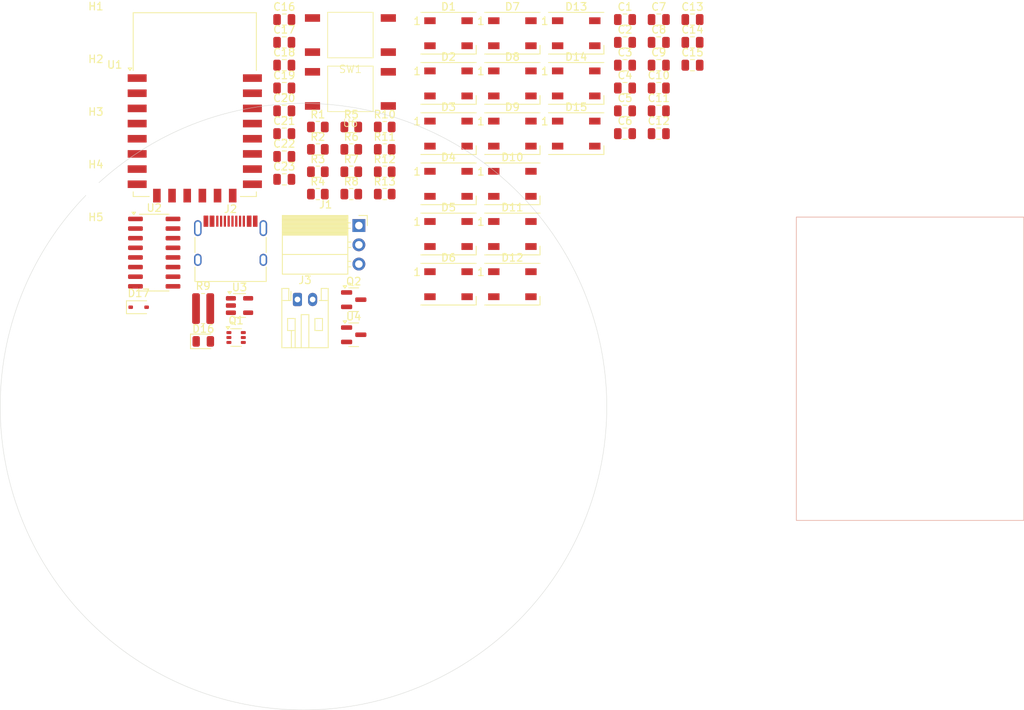
<source format=kicad_pcb>
(kicad_pcb (version 20240108) (generator "pcbnew") (generator_version "8.0")
  (layers (0 "F.Cu" signal) (31 "B.Cu" signal) (34 "B.Paste" user) (35 "F.Paste" user) (36 "B.SilkS" user "B.Silkscreen") (37 "F.SilkS" user "F.Silkscreen") (38 "B.Mask" user) (39 "F.Mask" user) (44 "Edge.Cuts" user))
  (net 0 "")
  (net 1 "VCC")
  (net 2 "GND")
  (net 3 "RST")
  (net 4 "+3V3")
  (net 5 "+5V")
  (net 6 "Net-(D1-DOUT)")
  (net 7 "/WS2812B/WS2812B")
  (net 8 "Net-(D13-DOUT)")
  (net 9 "Net-(D2-DOUT)")
  (net 10 "Net-(D14-DOUT)")
  (net 11 "Net-(D3-DOUT)")
  (net 12 "Net-(D4-DOUT)")
  (net 13 "Net-(D5-DOUT)")
  (net 14 "Net-(D6-DOUT)")
  (net 15 "Net-(D10-DIN)")
  (net 16 "Net-(D11-DIN)")
  (net 17 "Net-(D12-DIN)")
  (net 18 "Net-(D10-DOUT)")
  (net 19 "Net-(D11-DOUT)")
  (net 20 "Net-(D12-DOUT)")
  (net 22 "Net-(D16-K)")
  (net 23 "Net-(D16-A)")
  (net 24 "Sensor")
  (net 25 "/uC/D+")
  (net 26 "/uC/D-")
  (net 27 "Net-(J2-CC1)")
  (net 29 "Net-(J2-CC2)")
  (net 31 "+BATT")
  (net 32 "DTR")
  (net 33 "RTS")
  (net 34 "GPIO0")
  (net 35 "Net-(U1-EN)")
  (net 36 "Net-(U1-GPIO15)")
  (net 37 "Net-(U6-CSB)")
  (net 38 "/uC/RD-")
  (net 39 "/uC/RD+")
  (net 40 "Net-(U1-GPIO4)")
  (net 41 "Net-(U1-GPIO5)")
  (net 42 "Net-(U3-PROG)")
  (net 49 "Net-(U1-GPIO3{slash}RXD)")
  (net 54 "Net-(U1-GPIO1{slash}TXD)")
  (footprint "Capacitor_SMD:C_0805_2012Metric" (layer "F.Cu") (at 142.405 48.945)
    (property "Reference" "C1" (at 0 -1.68 0) (layer "F.SilkS"))
    (property "Value" "100nF")
    (pad "1" smd roundrect (at -0.95 0) (size 1 1.45) (layers "F.Cu" "F.Paste" "F.Mask") (net 1 "VCC"))
    (pad "2" smd roundrect (at 0.95 0) (size 1 1.45) (layers "F.Cu" "F.Paste" "F.Mask") (net 2 "GND"))
  )
  (footprint "Resistor_SMD:R_0805_2012Metric" (layer "F.Cu") (at 101.895 63.115)
    (property "Reference" "R1" (at 0 -1.65 0) (layer "F.SilkS"))
    (property "Value" "10k")
    (pad "1" smd roundrect (at -0.9125 0) (size 1.025 1.4) (layers "F.Cu" "F.Paste" "F.Mask") (roundrect_rratio 0.243902) (net 4 "+3V3"))
    (pad "2" smd roundrect (at 0.9125 0) (size 1.025 1.4) (layers "F.Cu" "F.Paste" "F.Mask") (roundrect_rratio 0.243902) (net 35 "Net-(U1-EN)"))
  )
  (footprint "Resistor_SMD:R_0805_2012Metric" (layer "F.Cu") (at 110.715 63.115)
    (property "Reference" "R10" (at 0 -1.65 0) (layer "F.SilkS"))
    (property "Value" "10k")
    (pad "1" smd roundrect (at -0.9125 0) (size 1.025 1.4) (layers "F.Cu" "F.Paste" "F.Mask") (roundrect_rratio 0.243902) (net 34 "GPIO0"))
    (pad "2" smd roundrect (at 0.9125 0) (size 1.025 1.4) (layers "F.Cu" "F.Paste" "F.Mask") (roundrect_rratio 0.243902) (net 4 "+3V3"))
  )
  (footprint "LED_SMD:LED_WS2812B_PLCC4_5.0x5.0mm_P3.2mm" (layer "F.Cu") (at 119.13 70.61)
    (property "Reference" "D4" (at 0 -3.5 0) (layer "F.SilkS"))
    (property "Value" "WS2812B")
    (fp_text user "1" (at -4.15 -1.6 0) (layer "F.SilkS"))
    (pad "1" smd rect (at -2.45 -1.65) (size 1.5 0.9) (layers "F.Cu" "F.Paste" "F.Mask") (net 1 "VCC"))
    (pad "2" smd rect (at -2.45 1.65) (size 1.5 0.9) (layers "F.Cu" "F.Paste" "F.Mask") (net 12 "Net-(D4-DOUT)"))
    (pad "3" smd rect (at 2.45 1.65) (size 1.5 0.9) (layers "F.Cu" "F.Paste" "F.Mask") (net 2 "GND"))
    (pad "4" smd rect (at 2.45 -1.65) (size 1.5 0.9) (layers "F.Cu" "F.Paste" "F.Mask") (net 6 "Net-(D1-DOUT)"))
  )
  (footprint "Package_TO_SOT_SMD:SOT-23" (layer "F.Cu") (at 106.625 85.89)
    (property "Reference" "Q2" (at 0 -2.4 0) (layer "F.SilkS"))
    (property "Value" "PMOS")
    (pad "1" smd roundrect (at -0.9375 -0.95) (size 1.475 0.6) (layers "F.Cu" "F.Paste" "F.Mask") (net 31 "+BATT"))
    (pad "2" smd roundrect (at -0.9375 0.95) (size 1.475 0.6) (layers "F.Cu" "F.Paste" "F.Mask") (net 5 "+5V"))
    (pad "3" smd roundrect (at 0.9375 0) (size 1.475 0.6) (layers "F.Cu" "F.Paste" "F.Mask") (net 1 "VCC"))
  )
  (footprint "Capacitor_SMD:C_0805_2012Metric" (layer "F.Cu") (at 97.465 67.005)
    (property "Reference" "C22" (at 0 -1.68 0) (layer "F.SilkS"))
    (property "Value" "100nF")
    (pad "1" smd roundrect (at -0.95 0) (size 1 1.45) (layers "F.Cu" "F.Paste" "F.Mask") (net 4 "+3V3"))
    (pad "2" smd roundrect (at 0.95 0) (size 1 1.45) (layers "F.Cu" "F.Paste" "F.Mask") (net 2 "GND"))
  )
  (footprint "Resistor_SMD:R_0805_2012Metric" (layer "F.Cu") (at 101.895 71.965)
    (property "Reference" "R4" (at 0 -1.65 0) (layer "F.SilkS"))
    (property "Value" "1k")
    (pad "1" smd roundrect (at -0.9125 0) (size 1.025 1.4) (layers "F.Cu" "F.Paste" "F.Mask") (roundrect_rratio 0.243902) (net 23 "Net-(D16-A)"))
    (pad "2" smd roundrect (at 0.9125 0) (size 1.025 1.4) (layers "F.Cu" "F.Paste" "F.Mask") (roundrect_rratio 0.243902) (net 5 "+5V"))
  )
  (footprint "Resistor_SMD:R_0805_2012Metric" (layer "F.Cu") (at 110.715 69.015)
    (property "Reference" "R12" (at 0 -1.65 0) (layer "F.SilkS"))
    (property "Value" "2k")
    (pad "1" smd roundrect (at -0.9125 0) (size 1.025 1.4) (layers "F.Cu" "F.Paste" "F.Mask") (roundrect_rratio 0.243902) (net 2 "GND"))
    (pad "2" smd roundrect (at 0.9125 0) (size 1.025 1.4) (layers "F.Cu" "F.Paste" "F.Mask") (roundrect_rratio 0.243902) (net 42 "Net-(U3-PROG)"))
  )
  (footprint "Capacitor_SMD:C_0805_2012Metric" (layer "F.Cu") (at 146.855 54.965)
    (property "Reference" "C9" (at 0 -1.68 0) (layer "F.SilkS"))
    (property "Value" "100nF")
    (pad "1" smd roundrect (at -0.95 0) (size 1 1.45) (layers "F.Cu" "F.Paste" "F.Mask") (net 1 "VCC"))
    (pad "2" smd roundrect (at 0.95 0) (size 1 1.45) (layers "F.Cu" "F.Paste" "F.Mask") (net 2 "GND"))
  )
  (footprint "Package_TO_SOT_SMD:SOT-23" (layer "F.Cu") (at 106.625 90.515)
    (property "Reference" "U4" (at 0 -2.4 0) (layer "F.SilkS"))
    (property "Value" "MCP1700x-330xxTT")
    (pad "1" smd roundrect (at -0.9375 -0.95) (size 1.475 0.6) (layers "F.Cu" "F.Paste" "F.Mask") (net 2 "GND"))
    (pad "2" smd roundrect (at -0.9375 0.95) (size 1.475 0.6) (layers "F.Cu" "F.Paste" "F.Mask") (net 4 "+3V3"))
    (pad "3" smd roundrect (at 0.9375 0) (size 1.475 0.6) (layers "F.Cu" "F.Paste" "F.Mask") (net 1 "VCC"))
  )
  (footprint "Capacitor_SMD:C_0805_2012Metric" (layer "F.Cu") (at 97.465 70.015)
    (property "Reference" "C23" (at 0 -1.68 0) (layer "F.SilkS"))
    (property "Value" "1uF")
    (pad "1" smd roundrect (at -0.95 0) (size 1 1.45) (layers "F.Cu" "F.Paste" "F.Mask") (net 4 "+3V3"))
    (pad "2" smd roundrect (at 0.95 0) (size 1 1.45) (layers "F.Cu" "F.Paste" "F.Mask") (net 2 "GND"))
  )
  (footprint "Capacitor_SMD:C_0805_2012Metric" (layer "F.Cu") (at 97.465 57.975)
    (property "Reference" "C19" (at 0 -1.68 0) (layer "F.SilkS"))
    (property "Value" "1uF")
    (pad "1" smd roundrect (at -0.95 0) (size 1 1.45) (layers "F.Cu" "F.Paste" "F.Mask") (net 4 "+3V3"))
    (pad "2" smd roundrect (at 0.95 0) (size 1 1.45) (layers "F.Cu" "F.Paste" "F.Mask") (net 2 "GND"))
  )
  (footprint "MountingHole:MountingHole_2.7mm_M2.5" (layer "F.Cu") (at 72.615 64.815)
    (property "Reference" "H3" (at 0 -3.7 0) (layer "F.SilkS"))
    (property "Value" "MountingHole")
    (pad "" np_thru_hole circle (at 0 0) (size 2.7 2.7) (drill 2.7) (layers "*.Cu" "*.Mask"))
  )
  (footprint "Resistor_SMD:R_0805_2012Metric" (layer "F.Cu") (at 106.305 69.015)
    (property "Reference" "R7" (at 0 -1.65 0) (layer "F.SilkS"))
    (property "Value" "22")
    (pad "1" smd roundrect (at -0.9125 0) (size 1.025 1.4) (layers "F.Cu" "F.Paste" "F.Mask") (roundrect_rratio 0.243902) (net 26 "/uC/D-"))
    (pad "2" smd roundrect (at 0.9125 0) (size 1.025 1.4) (layers "F.Cu" "F.Paste" "F.Mask") (roundrect_rratio 0.243902) (net 38 "/uC/RD-"))
  )
  (footprint "MountingHole:MountingHole_2.7mm_M2.5" (layer "F.Cu") (at 72.615 57.865)
    (property "Reference" "H2" (at 0 -3.7 0) (layer "F.SilkS"))
    (property "Value" "MountingHole")
    (pad "" np_thru_hole circle (at 0 0) (size 2.7 2.7) (drill 2.7) (layers "*.Cu" "*.Mask"))
  )
  (footprint "LED_SMD:LED_WS2812B_PLCC4_5.0x5.0mm_P3.2mm" (layer "F.Cu") (at 135.97 50.75)
    (property "Reference" "D13" (at 0 -3.5 0) (layer "F.SilkS"))
    (property "Value" "WS2812B")
    (fp_text user "1" (at -4.15 -1.6 0) (layer "F.SilkS"))
    (pad "1" smd rect (at -2.45 -1.65) (size 1.5 0.9) (layers "F.Cu" "F.Paste" "F.Mask") (net 1 "VCC"))
    (pad "2" smd rect (at -2.45 1.65) (size 1.5 0.9) (layers "F.Cu" "F.Paste" "F.Mask") (net 8 "Net-(D13-DOUT)"))
    (pad "3" smd rect (at 2.45 1.65) (size 1.5 0.9) (layers "F.Cu" "F.Paste" "F.Mask") (net 2 "GND"))
    (pad "4" smd rect (at 2.45 -1.65) (size 1.5 0.9) (layers "F.Cu" "F.Paste" "F.Mask") (net 18 "Net-(D10-DOUT)"))
  )
  (footprint "KH-6X6X6H-STM:KH-6X6X6H-STM" (layer "F.Cu") (at 106.19 50.99)
    (property "Reference" "SW1" (at 0 4.5 0) (layer "F.SilkS") (effects (font (thickness 0.1))))
    (property "Value" "SW_Push_Dual")
    (pad "1" smd rect (at -5 -2.25) (size 2 1) (layers "F.Cu" "F.Paste" "F.Mask") (net 2 "GND"))
    (pad "2" smd rect (at 5 -2.25) (size 2 1) (layers "F.Cu" "F.Paste" "F.Mask") (net 3 "RST"))
    (pad "3" smd rect (at -5 2.25) (size 2 1) (layers "F.Cu" "F.Paste" "F.Mask") (net 2 "GND"))
    (pad "4" smd rect (at 5 2.25) (size 2 1) (layers "F.Cu" "F.Paste" "F.Mask") (net 3 "RST"))
  )
  (footprint "MountingHole:MountingHole_2.7mm_M2.5" (layer "F.Cu") (at 72.615 50.915)
    (property "Reference" "H1" (at 0 -3.7 0) (layer "F.SilkS"))
    (property "Value" "MountingHole")
    (pad "" np_thru_hole circle (at 0 0) (size 2.7 2.7) (drill 2.7) (layers "*.Cu" "*.Mask"))
  )
  (footprint "LED_SMD:LED_WS2812B_PLCC4_5.0x5.0mm_P3.2mm" (layer "F.Cu") (at 127.55 57.37)
    (property "Reference" "D8" (at 0 -3.5 0) (layer "F.SilkS"))
    (property "Value" "WS2812B")
    (fp_text user "1" (at -4.15 -1.6 0) (layer "F.SilkS"))
    (pad "1" smd rect (at -2.45 -1.65) (size 1.5 0.9) (layers "F.Cu" "F.Paste" "F.Mask") (net 1 "VCC"))
    (pad "2" smd rect (at -2.45 1.65) (size 1.5 0.9) (layers "F.Cu" "F.Paste" "F.Mask") (net 16 "Net-(D11-DIN)"))
    (pad "3" smd rect (at 2.45 1.65) (size 1.5 0.9) (layers "F.Cu" "F.Paste" "F.Mask") (net 2 "GND"))
    (pad "4" smd rect (at 2.45 -1.65) (size 1.5 0.9) (layers "F.Cu" "F.Paste" "F.Mask") (net 13 "Net-(D5-DOUT)"))
  )
  (footprint "Capacitor_SMD:C_0805_2012Metric" (layer "F.Cu") (at 142.405 51.955)
    (property "Reference" "C2" (at 0 -1.68 0) (layer "F.SilkS"))
    (property "Value" "100nF")
    (pad "1" smd roundrect (at -0.95 0) (size 1 1.45) (layers "F.Cu" "F.Paste" "F.Mask") (net 1 "VCC"))
    (pad "2" smd roundrect (at 0.95 0) (size 1 1.45) (layers "F.Cu" "F.Paste" "F.Mask") (net 2 "GND"))
  )
  (footprint "LED_SMD:LED_WS2812B_PLCC4_5.0x5.0mm_P3.2mm" (layer "F.Cu") (at 119.13 57.37)
    (property "Reference" "D2" (at 0 -3.5 0) (layer "F.SilkS"))
    (property "Value" "WS2812B")
    (fp_text user "1" (at -4.15 -1.6 0) (layer "F.SilkS"))
    (pad "1" smd rect (at -2.45 -1.65) (size 1.5 0.9) (layers "F.Cu" "F.Paste" "F.Mask") (net 1 "VCC"))
    (pad "2" smd rect (at -2.45 1.65) (size 1.5 0.9) (layers "F.Cu" "F.Paste" "F.Mask") (net 9 "Net-(D2-DOUT)"))
    (pad "3" smd rect (at 2.45 1.65) (size 1.5 0.9) (layers "F.Cu" "F.Paste" "F.Mask") (net 2 "GND"))
    (pad "4" smd rect (at 2.45 -1.65) (size 1.5 0.9) (layers "F.Cu" "F.Paste" "F.Mask") (net 8 "Net-(D13-DOUT)"))
  )
  (footprint "LED_SMD:LED_WS2812B_PLCC4_5.0x5.0mm_P3.2mm" (layer "F.Cu") (at 127.55 77.23)
    (property "Reference" "D11" (at 0 -3.5 0) (layer "F.SilkS"))
    (property "Value" "WS2812B")
    (fp_text user "1" (at -4.15 -1.6 0) (layer "F.SilkS"))
    (pad "1" smd rect (at -2.45 -1.65) (size 1.5 0.9) (layers "F.Cu" "F.Paste" "F.Mask") (net 1 "VCC"))
    (pad "2" smd rect (at -2.45 1.65) (size 1.5 0.9) (layers "F.Cu" "F.Paste" "F.Mask") (net 19 "Net-(D11-DOUT)"))
    (pad "3" smd rect (at 2.45 1.65) (size 1.5 0.9) (layers "F.Cu" "F.Paste" "F.Mask") (net 2 "GND"))
    (pad "4" smd rect (at 2.45 -1.65) (size 1.5 0.9) (layers "F.Cu" "F.Paste" "F.Mask") (net 16 "Net-(D11-DIN)"))
  )
  (footprint "LED_SMD:LED_WS2812B_PLCC4_5.0x5.0mm_P3.2mm" (layer "F.Cu") (at 127.55 83.85)
    (property "Reference" "D12" (at 0 -3.5 0) (layer "F.SilkS"))
    (property "Value" "WS2812B")
    (fp_text user "1" (at -4.15 -1.6 0) (layer "F.SilkS"))
    (pad "1" smd rect (at -2.45 -1.65) (size 1.5 0.9) (layers "F.Cu" "F.Paste" "F.Mask") (net 1 "VCC"))
    (pad "2" smd rect (at -2.45 1.65) (size 1.5 0.9) (layers "F.Cu" "F.Paste" "F.Mask") (net 20 "Net-(D12-DOUT)"))
    (pad "3" smd rect (at 2.45 1.65) (size 1.5 0.9) (layers "F.Cu" "F.Paste" "F.Mask") (net 2 "GND"))
    (pad "4" smd rect (at 2.45 -1.65) (size 1.5 0.9) (layers "F.Cu" "F.Paste" "F.Mask") (net 17 "Net-(D12-DIN)"))
  )
  (footprint "Capacitor_SMD:C_0805_2012Metric" (layer "F.Cu") (at 97.465 48.945)
    (property "Reference" "C16" (at 0 -1.68 0) (layer "F.SilkS"))
    (property "Value" "100nF")
    (pad "1" smd roundrect (at -0.95 0) (size 1 1.45) (layers "F.Cu" "F.Paste" "F.Mask") (net 3 "RST"))
    (pad "2" smd roundrect (at 0.95 0) (size 1 1.45) (layers "F.Cu" "F.Paste" "F.Mask") (net 2 "GND"))
  )
  (footprint "Package_TO_SOT_SMD:SOT-363_SC-70-6" (layer "F.Cu") (at 91.115 90.88)
    (property "Reference" "Q1" (at 0 -2.25 0) (layer "F.SilkS"))
    (property "Value" "UMH3N")
    (pad "1" smd roundrect (at -0.95 -0.65) (size 0.65 0.4) (layers "F.Cu" "F.Paste" "F.Mask") (net 33 "RTS"))
    (pad "2" smd roundrect (at -0.95 0) (size 0.65 0.4) (layers "F.Cu" "F.Paste" "F.Mask") (net 32 "DTR"))
    (pad "3" smd roundrect (at -0.95 0.65) (size 0.65 0.4) (layers "F.Cu" "F.Paste" "F.Mask") (net 34 "GPIO0"))
    (pad "4" smd roundrect (at 0.95 0.65) (size 0.65 0.4) (layers "F.Cu" "F.Paste" "F.Mask") (net 32 "DTR"))
    (pad "5" smd roundrect (at 0.95 0) (size 0.65 0.4) (layers "F.Cu" "F.Paste" "F.Mask") (net 33 "RTS"))
    (pad "6" smd roundrect (at 0.95 -0.65) (size 0.65 0.4) (layers "F.Cu" "F.Paste" "F.Mask") (net 3 "RST"))
  )
  (footprint "LED_SMD:LED_WS2812B_PLCC4_5.0x5.0mm_P3.2mm" (layer "F.Cu") (at 135.97 63.99)
    (property "Reference" "D15" (at 0 -3.5 0) (layer "F.SilkS"))
    (property "Value" "WS2812B")
    (fp_text user "1" (at -4.15 -1.6 0) (layer "F.SilkS"))
    (pad "1" smd rect (at -2.45 -1.65) (size 1.5 0.9) (layers "F.Cu" "F.Paste" "F.Mask") (net 1 "VCC"))
    (pad "2" smd rect (at -2.45 1.65) (size 1.5 0.9) (layers "F.Cu" "F.Paste" "F.Mask"))
    (pad "3" smd rect (at 2.45 1.65) (size 1.5 0.9) (layers "F.Cu" "F.Paste" "F.Mask") (net 2 "GND"))
    (pad "4" smd rect (at 2.45 -1.65) (size 1.5 0.9) (layers "F.Cu" "F.Paste" "F.Mask") (net 20 "Net-(D12-DOUT)"))
  )
  (footprint "Capacitor_SMD:C_0805_2012Metric" (layer "F.Cu") (at 146.855 48.945)
    (property "Reference" "C7" (at 0 -1.68 0) (layer "F.SilkS"))
    (property "Value" "100nF")
    (pad "1" smd roundrect (at -0.95 0) (size 1 1.45) (layers "F.Cu" "F.Paste" "F.Mask") (net 1 "VCC"))
    (pad "2" smd roundrect (at 0.95 0) (size 1 1.45) (layers "F.Cu" "F.Paste" "F.Mask") (net 2 "GND"))
  )
  (footprint "Package_SO:SOIC-16_3.9x9.9mm_P1.27mm" (layer "F.Cu") (at 80.315 79.685)
    (property "Reference" "U2" (at 0 -5.9 0) (layer "F.SilkS"))
    (property "Value" "CH340C")
    (pad "1" smd roundrect (at -2.475 -4.445) (size 1.95 0.6) (layers "F.Cu" "F.Paste" "F.Mask") (net 2 "GND"))
    (pad "2" smd roundrect (at -2.475 -3.175) (size 1.95 0.6) (layers "F.Cu" "F.Paste" "F.Mask") (net 54 "Net-(U1-GPIO1{slash}TXD)"))
    (pad "3" smd roundrect (at -2.475 -1.905) (size 1.95 0.6) (layers "F.Cu" "F.Paste" "F.Mask") (net 49 "Net-(U1-GPIO3{slash}RXD)"))
    (pad "4" smd roundrect (at -2.475 -0.635) (size 1.95 0.6) (layers "F.Cu" "F.Paste" "F.Mask") (net 4 "+3V3"))
    (pad "5" smd roundrect (at -2.475 0.635) (size 1.95 0.6) (layers "F.Cu" "F.Paste" "F.Mask") (net 38 "/uC/RD-"))
    (pad "6" smd roundrect (at -2.475 1.905) (size 1.95 0.6) (layers "F.Cu" "F.Paste" "F.Mask") (net 39 "/uC/RD+"))
    (pad "7" smd roundrect (at -2.475 3.175) (size 1.95 0.6) (layers "F.Cu" "F.Paste" "F.Mask"))
    (pad "8" smd roundrect (at -2.475 4.445) (size 1.95 0.6) (layers "F.Cu" "F.Paste" "F.Mask"))
    (pad "9" smd roundrect (at 2.475 4.445) (size 1.95 0.6) (layers "F.Cu" "F.Paste" "F.Mask"))
    (pad "10" smd roundrect (at 2.475 3.175) (size 1.95 0.6) (layers "F.Cu" "F.Paste" "F.Mask"))
    (pad "11" smd roundrect (at 2.475 1.905) (size 1.95 0.6) (layers "F.Cu" "F.Paste" "F.Mask"))
    (pad "12" smd roundrect (at 2.475 0.635) (size 1.95 0.6) (layers "F.Cu" "F.Paste" "F.Mask"))
    (pad "13" smd roundrect (at 2.475 -0.635) (size 1.95 0.6) (layers "F.Cu" "F.Paste" "F.Mask") (net 32 "DTR"))
    (pad "14" smd roundrect (at 2.475 -1.905) (size 1.95 0.6) (layers "F.Cu" "F.Paste" "F.Mask") (net 33 "RTS"))
    (pad "15" smd roundrect (at 2.475 -3.175) (size 1.95 0.6) (layers "F.Cu" "F.Paste" "F.Mask"))
    (pad "16" smd roundrect (at 2.475 -4.445) (size 1.95 0.6) (layers "F.Cu" "F.Paste" "F.Mask") (net 4 "+3V3"))
  )
  (footprint "Capacitor_SMD:C_0805_2012Metric" (layer "F.Cu") (at 146.855 57.975)
    (property "Reference" "C10" (at 0 -1.68 0) (layer "F.SilkS"))
    (property "Value" "100nF")
    (pad "1" smd roundrect (at -0.95 0) (size 1 1.45) (layers "F.Cu" "F.Paste" "F.Mask") (net 1 "VCC"))
    (pad "2" smd roundrect (at 0.95 0) (size 1 1.45) (layers "F.Cu" "F.Paste" "F.Mask") (net 2 "GND"))
  )
  (footprint "Capacitor_SMD:C_0805_2012Metric" (layer "F.Cu") (at 146.855 60.985)
    (property "Reference" "C11" (at 0 -1.68 0) (layer "F.SilkS"))
    (property "Value" "100nF")
    (pad "1" smd roundrect (at -0.95 0) (size 1 1.45) (layers "F.Cu" "F.Paste" "F.Mask") (net 1 "VCC"))
    (pad "2" smd roundrect (at 0.95 0) (size 1 1.45) (layers "F.Cu" "F.Paste" "F.Mask") (net 2 "GND"))
  )
  (footprint "Package_TO_SOT_SMD:SOT-23-5" (layer "F.Cu") (at 91.565 86.66)
    (property "Reference" "U3" (at 0 -2.4 0) (layer "F.SilkS"))
    (property "Value" "MCP73831-2-OT")
    (pad "1" smd roundrect (at -1.1375 -0.95) (size 1.325 0.6) (layers "F.Cu" "F.Paste" "F.Mask") (net 22 "Net-(D16-K)"))
    (pad "2" smd roundrect (at -1.1375 0) (size 1.325 0.6) (layers "F.Cu" "F.Paste" "F.Mask") (net 2 "GND"))
    (pad "3" smd roundrect (at -1.1375 0.95) (size 1.325 0.6) (layers "F.Cu" "F.Paste" "F.Mask") (net 31 "+BATT"))
    (pad "4" smd roundrect (at 1.1375 0.95) (size 1.325 0.6) (layers "F.Cu" "F.Paste" "F.Mask") (net 5 "+5V"))
    (pad "5" smd roundrect (at 1.1375 -0.95) (size 1.325 0.6) (layers "F.Cu" "F.Paste" "F.Mask") (net 42 "Net-(U3-PROG)"))
  )
  (footprint "Resistor_SMD:R_0805_2012Metric" (layer "F.Cu") (at 106.305 66.065)
    (property "Reference" "R6" (at 0 -1.65 0) (layer "F.SilkS"))
    (property "Value" "5k1")
    (pad "1" smd roundrect (at -0.9125 0) (size 1.025 1.4) (layers "F.Cu" "F.Paste" "F.Mask") (roundrect_rratio 0.243902) (net 2 "GND"))
    (pad "2" smd roundrect (at 0.9125 0) (size 1.025 1.4) (layers "F.Cu" "F.Paste" "F.Mask") (roundrect_rratio 0.243902) (net 29 "Net-(J2-CC2)"))
  )
  (footprint "Capacitor_SMD:C_0805_2012Metric" (layer "F.Cu") (at 97.465 63.995)
    (property "Reference" "C21" (at 0 -1.68 0) (layer "F.SilkS"))
    (property "Value" "4.7uF")
    (pad "1" smd roundrect (at -0.95 0) (size 1 1.45) (layers "F.Cu" "F.Paste" "F.Mask") (net 5 "+5V"))
    (pad "2" smd roundrect (at 0.95 0) (size 1 1.45) (layers "F.Cu" "F.Paste" "F.Mask") (net 2 "GND"))
  )
  (footprint "Connector_JST:JST_PH_S2B-PH-K_1x02_P2.00mm_Horizontal" (layer "F.Cu") (at 99.205 85.865)
    (property "Reference" "J3" (at 1 -2.55 0) (layer "F.SilkS"))
    (property "Value" "Lipo connector")
    (pad "1" thru_hole roundrect (at 0 0) (size 1.2 1.75) (drill 0.75) (layers "*.Cu" "*.Mask") (roundrect_rratio 0.208333) (net 31 "+BATT"))
    (pad "2" thru_hole oval (at 2 0) (size 1.2 1.75) (drill 0.75) (layers "*.Cu" "*.Mask") (net 2 "GND"))
  )
  (footprint "Resistor_SMD:R_0815_2038Metric" (layer "F.Cu") (at 86.765 87.065)
    (property "Reference" "R9" (at 0 -2.98 0) (layer "F.SilkS"))
    (property "Value" "10k")
    (pad "1" smd roundrect (at -0.9375 0) (size 1.025 4.05) (layers "F.Cu" "F.Paste" "F.Mask") (roundrect_rratio 0.243902) (net 40 "Net-(U1-GPIO4)"))
    (pad "2" smd roundrect (at 0.9375 0) (size 1.025 4.05) (layers "F.Cu" "F.Paste" "F.Mask") (roundrect_rratio 0.243902) (net 4 "+3V3"))
  )
  (footprint "Capacitor_SMD:C_0805_2012Metric" (layer "F.Cu") (at 97.465 60.985)
    (property "Reference" "C20" (at 0 -1.68 0) (layer "F.SilkS"))
    (property "Value" "1uF")
    (pad "1" smd roundrect (at -0.95 0) (size 1 1.45) (layers "F.Cu" "F.Paste" "F.Mask") (net 1 "VCC"))
    (pad "2" smd roundrect (at 0.95 0) (size 1 1.45) (layers "F.Cu" "F.Paste" "F.Mask") (net 2 "GND"))
  )
  (footprint "LED_SMD:LED_WS2812B_PLCC4_5.0x5.0mm_P3.2mm" (layer "F.Cu") (at 119.13 83.85)
    (property "Reference" "D6" (at 0 -3.5 0) (layer "F.SilkS"))
    (property "Value" "WS2812B")
    (fp_text user "1" (at -4.15 -1.6 0) (layer "F.SilkS"))
    (pad "1" smd rect (at -2.45 -1.65) (size 1.5 0.9) (layers "F.Cu" "F.Paste" "F.Mask") (net 1 "VCC"))
    (pad "2" smd rect (at -2.45 1.65) (size 1.5 0.9) (layers "F.Cu" "F.Paste" "F.Mask") (net 14 "Net-(D6-DOUT)"))
    (pad "3" smd rect (at 2.45 1.65) (size 1.5 0.9) (layers "F.Cu" "F.Paste" "F.Mask") (net 2 "GND"))
    (pad "4" smd rect (at 2.45 -1.65) (size 1.5 0.9) (layers "F.Cu" "F.Paste" "F.Mask") (net 11 "Net-(D3-DOUT)"))
  )
  (footprint "Capacitor_SMD:C_0805_2012Metric" (layer "F.Cu") (at 151.305 48.945)
    (property "Reference" "C13" (at 0 -1.68 0) (layer "F.SilkS"))
    (property "Value" "100nF")
    (pad "1" smd roundrect (at -0.95 0) (size 1 1.45) (layers "F.Cu" "F.Paste" "F.Mask") (net 1 "VCC"))
    (pad "2" smd roundrect (at 0.95 0) (size 1 1.45) (layers "F.Cu" "F.Paste" "F.Mask") (net 2 "GND"))
  )
  (footprint "Capacitor_SMD:C_0805_2012Metric" (layer "F.Cu") (at 97.465 51.955)
    (property "Reference" "C17" (at 0 -1.68 0) (layer "F.SilkS"))
    (property "Value" "100nF")
    (pad "1" smd roundrect (at -0.95 0) (size 1 1.45) (layers "F.Cu" "F.Paste" "F.Mask") (net 4 "+3V3"))
    (pad "2" smd roundrect (at 0.95 0) (size 1 1.45) (layers "F.Cu" "F.Paste" "F.Mask") (net 2 "GND"))
  )
  (footprint "Resistor_SMD:R_0805_2012Metric" (layer "F.Cu") (at 101.895 69.015)
    (property "Reference" "R3" (at 0 -1.65 0) (layer "F.SilkS"))
    (property "Value" "10k")
    (pad "1" smd roundrect (at -0.9125 0) (size 1.025 1.4) (layers "F.Cu" "F.Paste" "F.Mask") (roundrect_rratio 0.243902) (net 37 "Net-(U6-CSB)"))
    (pad "2" smd roundrect (at 0.9125 0) (size 1.025 1.4) (layers "F.Cu" "F.Paste" "F.Mask") (roundrect_rratio 0.243902) (net 4 "+3V3"))
  )
  (footprint "Capacitor_SMD:C_0805_2012Metric" (layer "F.Cu") (at 151.305 54.965)
    (property "Reference" "C15" (at 0 -1.68 0) (layer "F.SilkS"))
    (property "Value" "100nF")
    (pad "1" smd roundrect (at -0.95 0) (size 1 1.45) (layers "F.Cu" "F.Paste" "F.Mask") (net 1 "VCC"))
    (pad "2" smd roundrect (at 0.95 0) (size 1 1.45) (layers "F.Cu" "F.Paste" "F.Mask") (net 2 "GND"))
  )
  (footprint "LED_SMD:LED_0805_2012Metric" (layer "F.Cu") (at 86.785 91.39)
    (property "Reference" "D16" (at 0 -1.65 0) (layer "F.SilkS"))
    (property "Value" "LED")
    (pad "1" smd roundrect (at -0.9375 0) (size 0.975 1.4) (layers "F.Cu" "F.Paste" "F.Mask") (net 22 "Net-(D16-K)"))
    (pad "2" smd roundrect (at 0.9375 0) (size 0.975 1.4) (layers "F.Cu" "F.Paste" "F.Mask") (net 23 "Net-(D16-A)"))
  )
  (footprint "MountingHole:MountingHole_2.7mm_M2.5" (layer "F.Cu") (at 72.615 78.715)
    (property "Reference" "H5" (at 0 -3.7 0) (layer "F.SilkS"))
    (property "Value" "MountingHole")
    (pad "" np_thru_hole circle (at 0 0) (size 2.7 2.7) (drill 2.7) (layers "*.Cu" "*.Mask"))
  )
  (footprint "LED_SMD:LED_WS2812B_PLCC4_5.0x5.0mm_P3.2mm" (layer "F.Cu") (at 135.97 57.37)
    (property "Reference" "D14" (at 0 -3.5 0) (layer "F.SilkS"))
    (property "Value" "WS2812B")
    (fp_text user "1" (at -4.15 -1.6 0) (layer "F.SilkS"))
    (pad "1" smd rect (at -2.45 -1.65) (size 1.5 0.9) (layers "F.Cu" "F.Paste" "F.Mask") (net 1 "VCC"))
    (pad "2" smd rect (at -2.45 1.65) (size 1.5 0.9) (layers "F.Cu" "F.Paste" "F.Mask") (net 10 "Net-(D14-DOUT)"))
    (pad "3" smd rect (at 2.45 1.65) (size 1.5 0.9) (layers "F.Cu" "F.Paste" "F.Mask") (net 2 "GND"))
    (pad "4" smd rect (at 2.45 -1.65) (size 1.5 0.9) (layers "F.Cu" "F.Paste" "F.Mask") (net 19 "Net-(D11-DOUT)"))
  )
  (footprint "Resistor_SMD:R_0805_2012Metric" (layer "F.Cu") (at 106.305 63.115)
    (property "Reference" "R5" (at 0 -1.65 0) (layer "F.SilkS"))
    (property "Value" "5k1")
    (pad "1" smd roundrect (at -0.9125 0) (size 1.025 1.4) (layers "F.Cu" "F.Paste" "F.Mask") (roundrect_rratio 0.243902) (net 27 "Net-(J2-CC1)"))
    (pad "2" smd roundrect (at 0.9125 0) (size 1.025 1.4) (layers "F.Cu" "F.Paste" "F.Mask") (roundrect_rratio 0.243902) (net 2 "GND"))
  )
  (footprint "Capacitor_SMD:C_0805_2012Metric" (layer "F.Cu") (at 142.405 54.965)
    (property "Reference" "C3" (at 0 -1.68 0) (layer "F.SilkS"))
    (property "Value" "100nF")
    (pad "1" smd roundrect (at -0.95 0) (size 1 1.45) (layers "F.Cu" "F.Paste" "F.Mask") (net 1 "VCC"))
    (pad "2" smd roundrect (at 0.95 0) (size 1 1.45) (layers "F.Cu" "F.Paste" "F.Mask") (net 2 "GND"))
  )
  (footprint "Capacitor_SMD:C_0805_2012Metric" (layer "F.Cu") (at 146.855 63.995)
    (property "Reference" "C12" (at 0 -1.68 0) (layer "F.SilkS"))
    (property "Value" "100nF")
    (pad "1" smd roundrect (at -0.95 0) (size 1 1.45) (layers "F.Cu" "F.Paste" "F.Mask") (net 1 "VCC"))
    (pad "2" smd roundrect (at 0.95 0) (size 1 1.45) (layers "F.Cu" "F.Paste" "F.Mask") (net 2 "GND"))
  )
  (footprint "Resistor_SMD:R_0805_2012Metric" (layer "F.Cu") (at 110.715 66.065)
    (property "Reference" "R11" (at 0 -1.65 0) (layer "F.SilkS"))
    (property "Value" "10k")
    (pad "1" smd roundrect (at -0.9125 0) (size 1.025 1.4) (layers "F.Cu" "F.Paste" "F.Mask") (roundrect_rratio 0.243902) (net 41 "Net-(U1-GPIO5)"))
    (pad "2" smd roundrect (at 0.9125 0) (size 1.025 1.4) (layers "F.Cu" "F.Paste" "F.Mask") (roundrect_rratio 0.243902) (net 4 "+3V3"))
  )
  (footprint "Capacitor_SMD:C_0805_2012Metric" (layer "F.Cu") (at 142.405 60.985)
    (property "Reference" "C5" (at 0 -1.68 0) (layer "F.SilkS"))
    (property "Value" "100nF")
    (pad "1" smd roundrect (at -0.95 0) (size 1 1.45) (layers "F.Cu" "F.Paste" "F.Mask") (net 1 "VCC"))
    (pad "2" smd roundrect (at 0.95 0) (size 1 1.45) (layers "F.Cu" "F.Paste" "F.Mask") (net 2 "GND"))
  )
  (footprint "LED_SMD:LED_WS2812B_PLCC4_5.0x5.0mm_P3.2mm" (layer "F.Cu") (at 127.55 50.75)
    (property "Reference" "D7" (at 0 -3.5 0) (layer "F.SilkS"))
    (property "Value" "WS2812B")
    (fp_text user "1" (at -4.15 -1.6 0) (layer "F.SilkS"))
    (pad "1" smd rect (at -2.45 -1.65) (size 1.5 0.9) (layers "F.Cu" "F.Paste" "F.Mask") (net 1 "VCC"))
    (pad "2" smd rect (at -2.45 1.65) (size 1.5 0.9) (layers "F.Cu" "F.Paste" "F.Mask") (net 15 "Net-(D10-DIN)"))
    (pad "3" smd rect (at 2.45 1.65) (size 1.5 0.9) (layers "F.Cu" "F.Paste" "F.Mask") (net 2 "GND"))
    (pad "4" smd rect (at 2.45 -1.65) (size 1.5 0.9) (layers "F.Cu" "F.Paste" "F.Mask") (net 12 "Net-(D4-DOUT)"))
  )
  (footprint "Capacitor_SMD:C_0805_2012Metric" (layer "F.Cu") (at 146.855 51.955)
    (property "Reference" "C8" (at 0 -1.68 0) (layer "F.SilkS"))
    (property "Value" "100nF")
    (pad "1" smd roundrect (at -0.95 0) (size 1 1.45) (layers "F.Cu" "F.Paste" "F.Mask") (net 1 "VCC"))
    (pad "2" smd roundrect (at 0.95 0) (size 1 1.45) (layers "F.Cu" "F.Paste" "F.Mask") (net 2 "GND"))
  )
  (footprint "Capacitor_SMD:C_0805_2012Metric" (layer "F.Cu") (at 142.405 57.975)
    (property "Reference" "C4" (at 0 -1.68 0) (layer "F.SilkS"))
    (property "Value" "100nF")
    (pad "1" smd roundrect (at -0.95 0) (size 1 1.45) (layers "F.Cu" "F.Paste" "F.Mask") (net 1 "VCC"))
    (pad "2" smd roundrect (at 0.95 0) (size 1 1.45) (layers "F.Cu" "F.Paste" "F.Mask") (net 2 "GND"))
  )
  (footprint "LED_SMD:LED_WS2812B_PLCC4_5.0x5.0mm_P3.2mm" (layer "F.Cu") (at 127.55 63.99)
    (property "Reference" "D9" (at 0 -3.5 0) (layer "F.SilkS"))
    (property "Value" "WS2812B")
    (fp_text user "1" (at -4.15 -1.6 0) (layer "F.SilkS"))
    (pad "1" smd rect (at -2.45 -1.65) (size 1.5 0.9) (layers "F.Cu" "F.Paste" "F.Mask") (net 1 "VCC"))
    (pad "2" smd rect (at -2.45 1.65) (size 1.5 0.9) (layers "F.Cu" "F.Paste" "F.Mask") (net 17 "Net-(D12-DIN)"))
    (pad "3" smd rect (at 2.45 1.65) (size 1.5 0.9) (layers "F.Cu" "F.Paste" "F.Mask") (net 2 "GND"))
    (pad "4" smd rect (at 2.45 -1.65) (size 1.5 0.9) (layers "F.Cu" "F.Paste" "F.Mask") (net 14 "Net-(D6-DOUT)"))
  )
  (footprint "KH-6X6X6H-STM:KH-6X6X6H-STM" (layer "F.Cu") (at 106.19 58.09)
    (property "Reference" "U6" (at 0 4.5 0) (layer "F.SilkS") (effects (font (thickness 0.1))))
    (property "Value" "BME680")
    (pad "1" smd rect (at -5 -2.25) (size 2 1) (layers "F.Cu" "F.Paste" "F.Mask") (net 2 "GND"))
    (pad "2" smd rect (at 5 -2.25) (size 2 1) (layers "F.Cu" "F.Paste" "F.Mask") (net 37 "Net-(U6-CSB)"))
    (pad "3" smd rect (at -5 2.25) (size 2 1) (layers "F.Cu" "F.Paste" "F.Mask") (net 40 "Net-(U1-GPIO4)"))
    (pad "4" smd rect (at 5 2.25) (size 2 1) (layers "F.Cu" "F.Paste" "F.Mask") (net 41 "Net-(U1-GPIO5)"))
  )
  (footprint "LED_SMD:LED_WS2812B_PLCC4_5.0x5.0mm_P3.2mm" (layer "F.Cu") (at 119.13 63.99)
    (property "Reference" "D3" (at 0 -3.5 0) (layer "F.SilkS"))
    (property "Value" "WS2812B")
    (fp_text user "1" (at -4.15 -1.6 0) (layer "F.SilkS"))
    (pad "1" smd rect (at -2.45 -1.65) (size 1.5 0.9) (layers "F.Cu" "F.Paste" "F.Mask") (net 1 "VCC"))
    (pad "2" smd rect (at -2.45 1.65) (size 1.5 0.9) (layers "F.Cu" "F.Paste" "F.Mask") (net 11 "Net-(D3-DOUT)"))
    (pad "3" smd rect (at 2.45 1.65) (size 1.5 0.9) (layers "F.Cu" "F.Paste" "F.Mask") (net 2 "GND"))
    (pad "4" smd rect (at 2.45 -1.65) (size 1.5 0.9) (layers "F.Cu" "F.Paste" "F.Mask") (net 10 "Net-(D14-DOUT)"))
  )
  (footprint "MountingHole:MountingHole_2.7mm_M2.5" (layer "F.Cu") (at 72.615 71.765)
    (property "Reference" "H4" (at 0 -3.7 0) (layer "F.SilkS"))
    (property "Value" "MountingHole")
    (pad "" np_thru_hole circle (at 0 0) (size 2.7 2.7) (drill 2.7) (layers "*.Cu" "*.Mask"))
  )
  (footprint "Connector_PinSocket_2.54mm:PinSocket_1x03_P2.54mm_Horizontal" (layer "F.Cu") (at 107.305 76.115)
    (property "Reference" "J1" (at -4.38 -2.77 0) (layer "F.SilkS"))
    (property "Value" "Sensor connector")
    (pad "1" thru_hole rect (at 0 0) (size 1.7 1.7) (drill 1) (layers "*.Cu" "*.Mask") (net 4 "+3V3"))
    (pad "2" thru_hole oval (at 0 2.54) (size 1.7 1.7) (drill 1) (layers "*.Cu" "*.Mask") (net 24 "Sensor"))
    (pad "3" thru_hole oval (at 0 5.08) (size 1.7 1.7) (drill 1) (layers "*.Cu" "*.Mask") (net 2 "GND"))
  )
  (footprint "LED_SMD:LED_WS2812B_PLCC4_5.0x5.0mm_P3.2mm" (layer "F.Cu") (at 127.55 70.61)
    (property "Reference" "D10" (at 0 -3.5 0) (layer "F.SilkS"))
    (property "Value" "WS2812B")
    (fp_text user "1" (at -4.15 -1.6 0) (layer "F.SilkS"))
    (pad "1" smd rect (at -2.45 -1.65) (size 1.5 0.9) (layers "F.Cu" "F.Paste" "F.Mask") (net 1 "VCC"))
    (pad "2" smd rect (at -2.45 1.65) (size 1.5 0.9) (layers "F.Cu" "F.Paste" "F.Mask") (net 18 "Net-(D10-DOUT)"))
    (pad "3" smd rect (at 2.45 1.65) (size 1.5 0.9) (layers "F.Cu" "F.Paste" "F.Mask") (net 2 "GND"))
    (pad "4" smd rect (at 2.45 -1.65) (size 1.5 0.9) (layers "F.Cu" "F.Paste" "F.Mask") (net 15 "Net-(D10-DIN)"))
  )
  (footprint "LED_SMD:LED_WS2812B_PLCC4_5.0x5.0mm_P3.2mm" (layer "F.Cu") (at 119.13 77.23)
    (property "Reference" "D5" (at 0 -3.5 0) (layer "F.SilkS"))
    (property "Value" "WS2812B")
    (fp_text user "1" (at -4.15 -1.6 0) (layer "F.SilkS"))
    (pad "1" smd rect (at -2.45 -1.65) (size 1.5 0.9) (layers "F.Cu" "F.Paste" "F.Mask") (net 1 "VCC"))
    (pad "2" smd rect (at -2.45 1.65) (size 1.5 0.9) (layers "F.Cu" "F.Paste" "F.Mask") (net 13 "Net-(D5-DOUT)"))
    (pad "3" smd rect (at 2.45 1.65) (size 1.5 0.9) (layers "F.Cu" "F.Paste" "F.Mask") (net 2 "GND"))
    (pad "4" smd rect (at 2.45 -1.65) (size 1.5 0.9) (layers "F.Cu" "F.Paste" "F.Mask") (net 9 "Net-(D2-DOUT)"))
  )
  (footprint "Capacitor_SMD:C_0805_2012Metric" (layer "F.Cu") (at 151.305 51.955)
    (property "Reference" "C14" (at 0 -1.68 0) (layer "F.SilkS"))
    (property "Value" "100nF")
    (pad "1" smd roundrect (at -0.95 0) (size 1 1.45) (layers "F.Cu" "F.Paste" "F.Mask") (net 1 "VCC"))
    (pad "2" smd roundrect (at 0.95 0) (size 1 1.45) (layers "F.Cu" "F.Paste" "F.Mask") (net 2 "GND"))
  )
  (footprint "Diode_SMD:D_SOD-323" (layer "F.Cu") (at 78.26 86.885)
    (property "Reference" "D17" (at 0 -1.85 0) (layer "F.SilkS"))
    (property "Value" "D")
    (pad "1" smd roundrect (at -1.05 0) (size 0.6 0.45) (layers "F.Cu" "F.Paste" "F.Mask") (net 1 "VCC"))
    (pad "2" smd roundrect (at 1.05 0) (size 0.6 0.45) (layers "F.Cu" "F.Paste" "F.Mask") (net 5 "+5V"))
  )
  (footprint "Capacitor_SMD:C_0805_2012Metric" (layer "F.Cu") (at 97.465 54.965)
    (property "Reference" "C18" (at 0 -1.68 0) (layer "F.SilkS"))
    (property "Value" "100nF")
    (pad "1" smd roundrect (at -0.95 0) (size 1 1.45) (layers "F.Cu" "F.Paste" "F.Mask") (net 4 "+3V3"))
    (pad "2" smd roundrect (at 0.95 0) (size 1 1.45) (layers "F.Cu" "F.Paste" "F.Mask") (net 2 "GND"))
  )
  (footprint "Resistor_SMD:R_0805_2012Metric" (layer "F.Cu") (at 101.895 66.065)
    (property "Reference" "R2" (at 0 -1.65 0) (layer "F.SilkS"))
    (property "Value" "10k")
    (pad "1" smd roundrect (at -0.9125 0) (size 1.025 1.4) (layers "F.Cu" "F.Paste" "F.Mask") (roundrect_rratio 0.243902) (net 36 "Net-(U1-GPIO15)"))
    (pad "2" smd roundrect (at 0.9125 0) (size 1.025 1.4) (layers "F.Cu" "F.Paste" "F.Mask") (roundrect_rratio 0.243902) (net 2 "GND"))
  )
  (footprint "Resistor_SMD:R_0805_2012Metric" (layer "F.Cu") (at 106.305 71.965)
    (property "Reference" "R8" (at 0 -1.65 0) (layer "F.SilkS"))
    (property "Value" "22")
    (pad "1" smd roundrect (at -0.9125 0) (size 1.025 1.4) (layers "F.Cu" "F.Paste" "F.Mask") (roundrect_rratio 0.243902) (net 39 "/uC/RD+"))
    (pad "2" smd roundrect (at 0.9125 0) (size 1.025 1.4) (layers "F.Cu" "F.Paste" "F.Mask") (roundrect_rratio 0.243902) (net 25 "/uC/D+"))
  )
  (footprint "Connector_USB:USB_C_Receptacle_HRO_TYPE-C-31-M-12" (layer "F.Cu") (at 90.385 79.585)
    (property "Reference" "J2" (at 0 -5.645 0) (layer "F.SilkS"))
    (property "Value" "USB_C_Receptacle_USB2.0")
    (pad "" np_thru_hole circle (at -2.89 -2.6) (size 0.65 0.65) (drill 0.65) (layers "*.Cu" "*.Mask"))
    (pad "" np_thru_hole circle (at 2.89 -2.6) (size 0.65 0.65) (drill 0.65) (layers "*.Cu" "*.Mask"))
    (pad "A1" smd rect (at -3.25 -4.045) (size 0.6 1.45) (layers "F.Cu" "F.Paste" "F.Mask") (net 2 "GND"))
    (pad "A4" smd rect (at -2.45 -4.045) (size 0.6 1.45) (layers "F.Cu" "F.Paste" "F.Mask") (net 5 "+5V"))
    (pad "A5" smd rect (at -1.25 -4.045) (size 0.3 1.45) (layers "F.Cu" "F.Paste" "F.Mask") (net 27 "Net-(J2-CC1)"))
    (pad "A6" smd rect (at -0.25 -4.045) (size 0.3 1.45) (layers "F.Cu" "F.Paste" "F.Mask") (net 25 "/uC/D+"))
    (pad "A7" smd rect (at 0.25 -4.045) (size 0.3 1.45) (layers "F.Cu" "F.Paste" "F.Mask") (net 26 "/uC/D-"))
    (pad "A8" smd rect (at 1.25 -4.045) (size 0.3 1.45) (layers "F.Cu" "F.Paste" "F.Mask"))
    (pad "A9" smd rect (at 2.45 -4.045) (size 0.6 1.45) (layers "F.Cu" "F.Paste" "F.Mask") (net 5 "+5V"))
    (pad "A12" smd rect (at 3.25 -4.045) (size 0.6 1.45) (layers "F.Cu" "F.Paste" "F.Mask") (net 2 "GND"))
    (pad "B1" smd rect (at 3.25 -4.045) (size 0.6 1.45) (layers "F.Cu" "F.Paste" "F.Mask") (net 2 "GND"))
    (pad "B4" smd rect (at 2.45 -4.045) (size 0.6 1.45) (layers "F.Cu" "F.Paste" "F.Mask") (net 5 "+5V"))
    (pad "B5" smd rect (at 1.75 -4.045) (size 0.3 1.45) (layers "F.Cu" "F.Paste" "F.Mask") (net 29 "Net-(J2-CC2)"))
    (pad "B6" smd rect (at 0.75 -4.045) (size 0.3 1.45) (layers "F.Cu" "F.Paste" "F.Mask") (net 25 "/uC/D+"))
    (pad "B7" smd rect (at -0.75 -4.045) (size 0.3 1.45) (layers "F.Cu" "F.Paste" "F.Mask") (net 26 "/uC/D-"))
    (pad "B8" smd rect (at -1.75 -4.045) (size 0.3 1.45) (layers "F.Cu" "F.Paste" "F.Mask"))
    (pad "B9" smd rect (at -2.45 -4.045) (size 0.6 1.45) (layers "F.Cu" "F.Paste" "F.Mask") (net 5 "+5V"))
    (pad "B12" smd rect (at -3.25 -4.045) (size 0.6 1.45) (layers "F.Cu" "F.Paste" "F.Mask") (net 2 "GND"))
    (pad "S1" thru_hole oval (at -4.32 -3.13) (size 1 2.1) (drill oval 0.6 1.7) (layers "*.Cu" "*.Mask") (net 2 "GND"))
    (pad "S1" thru_hole oval (at -4.32 1.05) (size 1 1.6) (drill oval 0.6 1.2) (layers "*.Cu" "*.Mask") (net 2 "GND"))
    (pad "S1" thru_hole oval (at 4.32 -3.13) (size 1 2.1) (drill oval 0.6 1.7) (layers "*.Cu" "*.Mask") (net 2 "GND"))
    (pad "S1" thru_hole oval (at 4.32 1.05) (size 1 1.6) (drill oval 0.6 1.2) (layers "*.Cu" "*.Mask") (net 2 "GND"))
  )
  (footprint "Capacitor_SMD:C_0805_2012Metric" (layer "F.Cu") (at 142.405 63.995)
    (property "Reference" "C6" (at 0 -1.68 0) (layer "F.SilkS"))
    (property "Value" "100nF")
    (pad "1" smd roundrect (at -0.95 0) (size 1 1.45) (layers "F.Cu" "F.Paste" "F.Mask") (net 1 "VCC"))
    (pad "2" smd roundrect (at 0.95 0) (size 1 1.45) (layers "F.Cu" "F.Paste" "F.Mask") (net 2 "GND"))
  )
  (footprint "Resistor_SMD:R_0805_2012Metric" (layer "F.Cu") (at 110.715 71.965)
    (property "Reference" "R13" (at 0 -1.65 0) (layer "F.SilkS"))
    (property "Value" "10k")
    (pad "1" smd roundrect (at -0.9125 0) (size 1.025 1.4) (layers "F.Cu" "F.Paste" "F.Mask") (roundrect_rratio 0.243902) (net 2 "GND"))
    (pad "2" smd roundrect (at 0.9125 0) (size 1.025 1.4) (layers "F.Cu" "F.Paste" "F.Mask") (roundrect_rratio 0.243902) (net 5 "+5V"))
  )
  (footprint "LED_SMD:LED_WS2812B_PLCC4_5.0x5.0mm_P3.2mm" (layer "F.Cu") (at 119.13 50.75)
    (property "Reference" "D1" (at 0 -3.5 0) (layer "F.SilkS"))
    (property "Value" "WS2812B")
    (fp_text user "1" (at -4.15 -1.6 0) (layer "F.SilkS"))
    (pad "1" smd rect (at -2.45 -1.65) (size 1.5 0.9) (layers "F.Cu" "F.Paste" "F.Mask") (net 1 "VCC"))
    (pad "2" smd rect (at -2.45 1.65) (size 1.5 0.9) (layers "F.Cu" "F.Paste" "F.Mask") (net 6 "Net-(D1-DOUT)"))
    (pad "3" smd rect (at 2.45 1.65) (size 1.5 0.9) (layers "F.Cu" "F.Paste" "F.Mask") (net 2 "GND"))
    (pad "4" smd rect (at 2.45 -1.65) (size 1.5 0.9) (layers "F.Cu" "F.Paste" "F.Mask") (net 7 "/WS2812B/WS2812B"))
  )
  (footprint "RF_Module:ESP-12E" (layer "F.Cu") (at 85.665 60.165)
    (property "Reference" "U1" (at -10.56 -5.26 0) (layer "F.SilkS"))
    (property "Value" "ESP-12E")
    (pad "1" smd rect (at -7.6 -3.5) (size 2.5 1) (layers "F.Cu" "F.Paste" "F.Mask") (net 3 "RST"))
    (pad "2" smd rect (at -7.6 -1.5) (size 2.5 1) (layers "F.Cu" "F.Paste" "F.Mask"))
    (pad "3" smd rect (at -7.6 0.5) (size 2.5 1) (layers "F.Cu" "F.Paste" "F.Mask") (net 35 "Net-(U1-EN)"))
    (pad "4" smd rect (at -7.6 2.5) (size 2.5 1) (layers "F.Cu" "F.Paste" "F.Mask"))
    (pad "5" smd rect (at -7.6 4.5) (size 2.5 1) (layers "F.Cu" "F.Paste" "F.Mask") (net 7 "/WS2812B/WS2812B"))
    (pad "6" smd rect (at -7.6 6.5) (size 2.5 1) (layers "F.Cu" "F.Paste" "F.Mask"))
    (pad "7" smd rect (at -7.6 8.5) (size 2.5 1) (layers "F.Cu" "F.Paste" "F.Mask") (net 24 "Sensor"))
    (pad "8" smd rect (at -7.6 10.5) (size 2.5 1) (layers "F.Cu" "F.Paste" "F.Mask") (net 4 "+3V3"))
    (pad "9" smd rect (at -5 12) (size 1 1.8) (layers "F.Cu" "F.Paste" "F.Mask"))
    (pad "10" smd rect (at -3 12) (size 1 1.8) (layers "F.Cu" "F.Paste" "F.Mask"))
    (pad "11" smd rect (at -1 12) (size 1 1.8) (layers "F.Cu" "F.Paste" "F.Mask"))
    (pad "12" smd rect (at 1 12) (size 1 1.8) (layers "F.Cu" "F.Paste" "F.Mask"))
    (pad "13" smd rect (at 3 12) (size 1 1.8) (layers "F.Cu" "F.Paste" "F.Mask"))
    (pad "14" smd rect (at 5 12) (size 1 1.8) (layers "F.Cu" "F.Paste" "F.Mask"))
    (pad "15" smd rect (at 7.6 10.5) (size 2.5 1) (layers "F.Cu" "F.Paste" "F.Mask") (net 2 "GND"))
    (pad "16" smd rect (at 7.6 8.5) (size 2.5 1) (layers "F.Cu" "F.Paste" "F.Mask") (net 36 "Net-(U1-GPIO15)"))
    (pad "17" smd rect (at 7.6 6.5) (size 2.5 1) (layers "F.Cu" "F.Paste" "F.Mask"))
    (pad "18" smd rect (at 7.6 4.5) (size 2.5 1) (layers "F.Cu" "F.Paste" "F.Mask") (net 34 "GPIO0"))
    (pad "19" smd rect (at 7.6 2.5) (size 2.5 1) (layers "F.Cu" "F.Paste" "F.Mask") (net 40 "Net-(U1-GPIO4)"))
    (pad "20" smd rect (at 7.6 0.5) (size 2.5 1) (layers "F.Cu" "F.Paste" "F.Mask") (net 41 "Net-(U1-GPIO5)"))
    (pad "21" smd rect (at 7.6 -1.5) (size 2.5 1) (layers "F.Cu" "F.Paste" "F.Mask") (net 49 "Net-(U1-GPIO3{slash}RXD)"))
    (pad "22" smd rect (at 7.6 -3.5) (size 2.5 1) (layers "F.Cu" "F.Paste" "F.Mask") (net 54 "Net-(U1-GPIO1{slash}TXD)"))
  )
  (gr_rect (start 165 75) (end 195 115) (stroke (width 0.1)) (fill none) (layer "B.SilkS"))
  (gr_circle (center 100 100) (end 140 100) (stroke (width 0.05)) (fill none) (layer "Edge.Cuts"))
)
</source>
